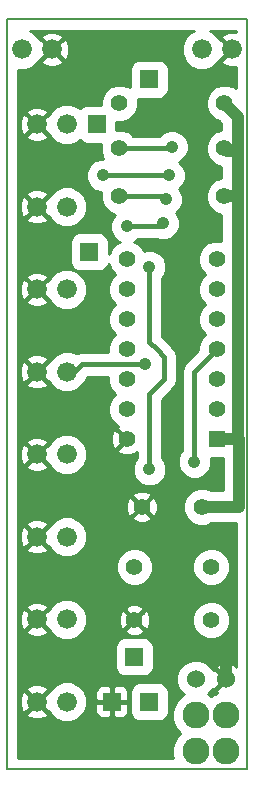
<source format=gbl>
G04 (created by PCBNEW (2012-oct-18)-testing) date Mon 07 Oct 2013 03:49:21 PM EDT*
%MOIN*%
G04 Gerber Fmt 3.4, Leading zero omitted, Abs format*
%FSLAX34Y34*%
G01*
G70*
G90*
G04 APERTURE LIST*
%ADD10C,0.006*%
%ADD11C,0.00590551*%
%ADD12C,0.055*%
%ADD13R,0.055X0.055*%
%ADD14C,0.06*%
%ADD15C,0.09*%
%ADD16C,0.066*%
%ADD17R,0.06X0.06*%
%ADD18C,0.042*%
%ADD19C,0.04*%
%ADD20C,0.015*%
%ADD21C,0.01*%
G04 APERTURE END LIST*
G54D10*
G54D11*
X0Y0D02*
X0Y25000D01*
X8000Y0D02*
X0Y0D01*
X8000Y25000D02*
X8000Y0D01*
X0Y25000D02*
X8000Y25000D01*
G54D12*
X3750Y22200D03*
X7250Y22200D03*
X3750Y20700D03*
X7250Y20700D03*
G54D13*
X7000Y11000D03*
G54D12*
X7000Y12000D03*
X7000Y13000D03*
X7000Y14000D03*
X7000Y15000D03*
X7000Y16000D03*
X7000Y17000D03*
X4000Y17000D03*
X4000Y16000D03*
X4000Y15000D03*
X4000Y14000D03*
X4000Y13000D03*
X4000Y12000D03*
X4000Y11000D03*
X6500Y8750D03*
X4500Y8750D03*
X4250Y6750D03*
X4250Y4980D03*
X6810Y4980D03*
X6810Y6750D03*
G54D14*
X6300Y3000D03*
X7300Y3000D03*
G54D15*
X6300Y1800D03*
X7300Y1800D03*
X6300Y600D03*
X7300Y600D03*
G54D12*
X3750Y19100D03*
X7250Y19100D03*
G54D16*
X1500Y24000D03*
X500Y24000D03*
X7500Y24000D03*
X6500Y24000D03*
X2000Y21500D03*
X1000Y21500D03*
X2000Y18750D03*
X1000Y18750D03*
X2000Y16000D03*
X1000Y16000D03*
X2000Y13250D03*
X1000Y13250D03*
X2000Y10500D03*
X1000Y10500D03*
X2000Y7750D03*
X1000Y7750D03*
X2000Y5000D03*
X1000Y5000D03*
X2000Y2250D03*
X1000Y2250D03*
G54D17*
X3000Y21500D03*
X2750Y17250D03*
X4750Y23000D03*
X4250Y3750D03*
X4750Y2250D03*
X3500Y2250D03*
G54D18*
X5400Y19800D03*
X3200Y19800D03*
X5500Y20750D03*
X6250Y10250D03*
X5300Y19000D03*
X4750Y10000D03*
X4750Y16750D03*
X4600Y13500D03*
X5200Y18200D03*
X4000Y18100D03*
G54D19*
X7300Y3000D02*
X7300Y4000D01*
G54D20*
X3200Y19800D02*
X5400Y19800D01*
X5450Y20700D02*
X3750Y20700D01*
X5500Y20750D02*
X5450Y20700D01*
X6250Y10250D02*
X6250Y13250D01*
X6250Y13250D02*
X7000Y14000D01*
X3750Y19100D02*
X5200Y19100D01*
X5200Y19100D02*
X5300Y19000D01*
X4750Y12500D02*
X5250Y13000D01*
X5250Y13750D02*
X5000Y14000D01*
X5250Y13000D02*
X5250Y13750D01*
X4750Y10000D02*
X4750Y12500D01*
X4750Y16750D02*
X4750Y14250D01*
X4750Y14250D02*
X5000Y14000D01*
X2250Y13250D02*
X2000Y13250D01*
X2500Y13500D02*
X2250Y13250D01*
X4600Y13500D02*
X2500Y13500D01*
X5200Y18200D02*
X5100Y18100D01*
X5100Y18100D02*
X4000Y18100D01*
G54D19*
X7700Y19100D02*
X7250Y19100D01*
X7700Y20600D02*
X7350Y20600D01*
X7350Y20600D02*
X7250Y20700D01*
X7000Y11000D02*
X7750Y11000D01*
X7750Y11000D02*
X7700Y11050D01*
X7700Y21750D02*
X7250Y22200D01*
X7700Y11050D02*
X7700Y19100D01*
X7700Y19100D02*
X7700Y20600D01*
X7700Y20600D02*
X7700Y21750D01*
X7750Y8750D02*
X6500Y8750D01*
X7750Y11000D02*
X7750Y8750D01*
G54D10*
G36*
X7620Y3426D02*
X7619Y3425D01*
X7609Y3467D01*
X7435Y3538D01*
X7435Y5103D01*
X7435Y6873D01*
X7340Y7103D01*
X7164Y7279D01*
X6934Y7374D01*
X6686Y7375D01*
X6456Y7280D01*
X6280Y7104D01*
X6185Y6874D01*
X6184Y6626D01*
X6279Y6396D01*
X6455Y6220D01*
X6685Y6125D01*
X6933Y6124D01*
X7163Y6219D01*
X7339Y6395D01*
X7434Y6625D01*
X7435Y6873D01*
X7435Y5103D01*
X7340Y5333D01*
X7164Y5509D01*
X6934Y5604D01*
X6686Y5605D01*
X6456Y5510D01*
X6280Y5334D01*
X6185Y5104D01*
X6184Y4856D01*
X6279Y4626D01*
X6455Y4450D01*
X6685Y4355D01*
X6933Y4354D01*
X7163Y4449D01*
X7339Y4625D01*
X7434Y4855D01*
X7435Y5103D01*
X7435Y3538D01*
X7406Y3550D01*
X7187Y3549D01*
X6990Y3467D01*
X6965Y3369D01*
X7264Y3070D01*
X7264Y3070D01*
X7335Y3000D01*
X7264Y2929D01*
X6965Y2630D01*
X6989Y2537D01*
X6847Y2478D01*
X6800Y2431D01*
X6753Y2477D01*
X6713Y2494D01*
X6850Y2631D01*
X6871Y2680D01*
X6930Y2665D01*
X7264Y3000D01*
X6930Y3334D01*
X6871Y3319D01*
X6851Y3367D01*
X6668Y3550D01*
X6429Y3649D01*
X6171Y3650D01*
X5932Y3551D01*
X5749Y3368D01*
X5650Y3129D01*
X5649Y2871D01*
X5748Y2632D01*
X5886Y2494D01*
X5847Y2478D01*
X5622Y2253D01*
X5500Y1959D01*
X5499Y1641D01*
X5621Y1347D01*
X5768Y1199D01*
X5622Y1053D01*
X5500Y759D01*
X5499Y441D01*
X5525Y379D01*
X5400Y379D01*
X5400Y2019D01*
X5400Y2619D01*
X5346Y2748D01*
X5248Y2846D01*
X5119Y2899D01*
X5025Y2900D01*
X5025Y8649D01*
X5024Y8858D01*
X4947Y9044D01*
X4851Y9066D01*
X4816Y9030D01*
X4816Y9101D01*
X4794Y9197D01*
X4600Y9275D01*
X4391Y9274D01*
X4205Y9197D01*
X4183Y9101D01*
X4500Y8785D01*
X4816Y9101D01*
X4816Y9030D01*
X4535Y8750D01*
X4851Y8433D01*
X4947Y8455D01*
X5025Y8649D01*
X5025Y2900D01*
X4980Y2900D01*
X4900Y2900D01*
X4900Y3519D01*
X4900Y4119D01*
X4875Y4179D01*
X4875Y6873D01*
X4816Y7016D01*
X4816Y8398D01*
X4500Y8714D01*
X4464Y8679D01*
X4464Y8750D01*
X4148Y9066D01*
X4052Y9044D01*
X3974Y8850D01*
X3975Y8641D01*
X4052Y8455D01*
X4148Y8433D01*
X4464Y8750D01*
X4464Y8679D01*
X4183Y8398D01*
X4205Y8302D01*
X4399Y8224D01*
X4608Y8225D01*
X4794Y8302D01*
X4816Y8398D01*
X4816Y7016D01*
X4780Y7103D01*
X4604Y7279D01*
X4374Y7374D01*
X4126Y7375D01*
X3896Y7280D01*
X3720Y7104D01*
X3625Y6874D01*
X3624Y6626D01*
X3719Y6396D01*
X3895Y6220D01*
X4125Y6125D01*
X4373Y6124D01*
X4603Y6219D01*
X4779Y6395D01*
X4874Y6625D01*
X4875Y6873D01*
X4875Y4179D01*
X4846Y4248D01*
X4775Y4319D01*
X4775Y4879D01*
X4774Y5088D01*
X4697Y5274D01*
X4601Y5296D01*
X4566Y5260D01*
X4566Y5331D01*
X4544Y5427D01*
X4350Y5505D01*
X4141Y5504D01*
X3955Y5427D01*
X3933Y5331D01*
X4250Y5015D01*
X4566Y5331D01*
X4566Y5260D01*
X4285Y4980D01*
X4601Y4663D01*
X4697Y4685D01*
X4775Y4879D01*
X4775Y4319D01*
X4748Y4346D01*
X4619Y4399D01*
X4566Y4399D01*
X4566Y4628D01*
X4250Y4944D01*
X4214Y4909D01*
X4214Y4980D01*
X3898Y5296D01*
X3802Y5274D01*
X3724Y5080D01*
X3725Y4871D01*
X3802Y4685D01*
X3898Y4663D01*
X4214Y4980D01*
X4214Y4909D01*
X3933Y4628D01*
X3955Y4532D01*
X4149Y4454D01*
X4358Y4455D01*
X4544Y4532D01*
X4566Y4628D01*
X4566Y4399D01*
X4480Y4400D01*
X3880Y4400D01*
X3752Y4346D01*
X3653Y4248D01*
X3600Y4119D01*
X3599Y3980D01*
X3599Y3380D01*
X3653Y3252D01*
X3751Y3153D01*
X3880Y3100D01*
X4019Y3099D01*
X4619Y3099D01*
X4748Y3153D01*
X4846Y3251D01*
X4899Y3380D01*
X4900Y3519D01*
X4900Y2900D01*
X4380Y2900D01*
X4252Y2846D01*
X4153Y2748D01*
X4100Y2619D01*
X4099Y2480D01*
X4099Y1880D01*
X4153Y1752D01*
X4251Y1653D01*
X4380Y1600D01*
X4519Y1599D01*
X5119Y1599D01*
X5248Y1653D01*
X5346Y1751D01*
X5399Y1880D01*
X5400Y2019D01*
X5400Y379D01*
X4050Y379D01*
X4050Y1999D01*
X4050Y2500D01*
X4049Y2599D01*
X4011Y2691D01*
X3941Y2762D01*
X3849Y2800D01*
X3587Y2800D01*
X3525Y2737D01*
X3525Y2275D01*
X3987Y2275D01*
X4050Y2337D01*
X4050Y2500D01*
X4050Y1999D01*
X4050Y2162D01*
X3987Y2225D01*
X3525Y2225D01*
X3525Y1762D01*
X3587Y1700D01*
X3849Y1699D01*
X3941Y1737D01*
X4011Y1808D01*
X4049Y1900D01*
X4050Y1999D01*
X4050Y379D01*
X3475Y379D01*
X3475Y1762D01*
X3475Y2225D01*
X3475Y2275D01*
X3475Y2737D01*
X3412Y2800D01*
X3150Y2800D01*
X3058Y2762D01*
X2988Y2691D01*
X2950Y2599D01*
X2949Y2500D01*
X2950Y2337D01*
X3012Y2275D01*
X3475Y2275D01*
X3475Y2225D01*
X3012Y2225D01*
X2950Y2162D01*
X2949Y1999D01*
X2950Y1900D01*
X2988Y1808D01*
X3058Y1737D01*
X3150Y1699D01*
X3412Y1700D01*
X3475Y1762D01*
X3475Y379D01*
X2680Y379D01*
X2680Y2384D01*
X2680Y5134D01*
X2680Y7884D01*
X2680Y10634D01*
X2576Y10884D01*
X2385Y11076D01*
X2135Y11179D01*
X1865Y11180D01*
X1615Y11076D01*
X1423Y10885D01*
X1409Y10850D01*
X1391Y10855D01*
X1355Y10820D01*
X1355Y10891D01*
X1355Y12858D01*
X1000Y13214D01*
X964Y13179D01*
X964Y13250D01*
X608Y13605D01*
X507Y13577D01*
X419Y13363D01*
X420Y13132D01*
X507Y12922D01*
X608Y12894D01*
X964Y13250D01*
X964Y13179D01*
X644Y12858D01*
X672Y12757D01*
X886Y12669D01*
X1117Y12670D01*
X1327Y12757D01*
X1355Y12858D01*
X1355Y10891D01*
X1327Y10992D01*
X1113Y11080D01*
X882Y11079D01*
X672Y10992D01*
X644Y10891D01*
X1000Y10535D01*
X1355Y10891D01*
X1355Y10820D01*
X1035Y10500D01*
X1391Y10144D01*
X1409Y10149D01*
X1423Y10115D01*
X1614Y9923D01*
X1864Y9820D01*
X2134Y9819D01*
X2384Y9923D01*
X2576Y10114D01*
X2679Y10364D01*
X2680Y10634D01*
X2680Y7884D01*
X2576Y8134D01*
X2385Y8326D01*
X2135Y8429D01*
X1865Y8430D01*
X1615Y8326D01*
X1423Y8135D01*
X1409Y8100D01*
X1391Y8105D01*
X1355Y8070D01*
X1355Y8141D01*
X1355Y10108D01*
X1000Y10464D01*
X964Y10429D01*
X964Y10500D01*
X608Y10855D01*
X507Y10827D01*
X419Y10613D01*
X420Y10382D01*
X507Y10172D01*
X608Y10144D01*
X964Y10500D01*
X964Y10429D01*
X644Y10108D01*
X672Y10007D01*
X886Y9919D01*
X1117Y9920D01*
X1327Y10007D01*
X1355Y10108D01*
X1355Y8141D01*
X1327Y8242D01*
X1113Y8330D01*
X882Y8329D01*
X672Y8242D01*
X644Y8141D01*
X1000Y7785D01*
X1355Y8141D01*
X1355Y8070D01*
X1035Y7750D01*
X1391Y7394D01*
X1409Y7399D01*
X1423Y7365D01*
X1614Y7173D01*
X1864Y7070D01*
X2134Y7069D01*
X2384Y7173D01*
X2576Y7364D01*
X2679Y7614D01*
X2680Y7884D01*
X2680Y5134D01*
X2576Y5384D01*
X2385Y5576D01*
X2135Y5679D01*
X1865Y5680D01*
X1615Y5576D01*
X1423Y5385D01*
X1409Y5350D01*
X1391Y5355D01*
X1355Y5320D01*
X1355Y5391D01*
X1355Y7358D01*
X1000Y7714D01*
X964Y7679D01*
X964Y7750D01*
X608Y8105D01*
X507Y8077D01*
X419Y7863D01*
X420Y7632D01*
X507Y7422D01*
X608Y7394D01*
X964Y7750D01*
X964Y7679D01*
X644Y7358D01*
X672Y7257D01*
X886Y7169D01*
X1117Y7170D01*
X1327Y7257D01*
X1355Y7358D01*
X1355Y5391D01*
X1327Y5492D01*
X1113Y5580D01*
X882Y5579D01*
X672Y5492D01*
X644Y5391D01*
X1000Y5035D01*
X1355Y5391D01*
X1355Y5320D01*
X1035Y5000D01*
X1391Y4644D01*
X1409Y4649D01*
X1423Y4615D01*
X1614Y4423D01*
X1864Y4320D01*
X2134Y4319D01*
X2384Y4423D01*
X2576Y4614D01*
X2679Y4864D01*
X2680Y5134D01*
X2680Y2384D01*
X2576Y2634D01*
X2385Y2826D01*
X2135Y2929D01*
X1865Y2930D01*
X1615Y2826D01*
X1423Y2635D01*
X1409Y2600D01*
X1391Y2605D01*
X1355Y2570D01*
X1355Y2641D01*
X1355Y4608D01*
X1000Y4964D01*
X964Y4929D01*
X964Y5000D01*
X608Y5355D01*
X507Y5327D01*
X419Y5113D01*
X420Y4882D01*
X507Y4672D01*
X608Y4644D01*
X964Y5000D01*
X964Y4929D01*
X644Y4608D01*
X672Y4507D01*
X886Y4419D01*
X1117Y4420D01*
X1327Y4507D01*
X1355Y4608D01*
X1355Y2641D01*
X1327Y2742D01*
X1113Y2830D01*
X882Y2829D01*
X672Y2742D01*
X644Y2641D01*
X1000Y2285D01*
X1355Y2641D01*
X1355Y2570D01*
X1035Y2250D01*
X1391Y1894D01*
X1409Y1899D01*
X1423Y1865D01*
X1614Y1673D01*
X1864Y1570D01*
X2134Y1569D01*
X2384Y1673D01*
X2576Y1864D01*
X2679Y2114D01*
X2680Y2384D01*
X2680Y379D01*
X1355Y379D01*
X1355Y1858D01*
X1000Y2214D01*
X964Y2179D01*
X964Y2250D01*
X608Y2605D01*
X507Y2577D01*
X419Y2363D01*
X420Y2132D01*
X507Y1922D01*
X608Y1894D01*
X964Y2250D01*
X964Y2179D01*
X644Y1858D01*
X672Y1757D01*
X886Y1669D01*
X1117Y1670D01*
X1327Y1757D01*
X1355Y1858D01*
X1355Y379D01*
X379Y379D01*
X379Y23320D01*
X634Y23319D01*
X884Y23423D01*
X1076Y23614D01*
X1090Y23649D01*
X1108Y23644D01*
X1464Y24000D01*
X1108Y24355D01*
X1090Y24350D01*
X1076Y24384D01*
X885Y24576D01*
X778Y24620D01*
X6220Y24620D01*
X6115Y24576D01*
X5923Y24385D01*
X5820Y24135D01*
X5819Y23865D01*
X5923Y23615D01*
X6114Y23423D01*
X6364Y23320D01*
X6634Y23319D01*
X6884Y23423D01*
X7076Y23614D01*
X7090Y23649D01*
X7108Y23644D01*
X7464Y24000D01*
X7108Y24355D01*
X7090Y24350D01*
X7076Y24384D01*
X6885Y24576D01*
X6778Y24620D01*
X7620Y24620D01*
X7620Y24577D01*
X7613Y24580D01*
X7382Y24579D01*
X7172Y24492D01*
X7144Y24391D01*
X7464Y24070D01*
X7464Y24070D01*
X7535Y24000D01*
X7464Y23929D01*
X7144Y23608D01*
X7172Y23507D01*
X7386Y23419D01*
X7617Y23420D01*
X7620Y23421D01*
X7620Y22713D01*
X7604Y22729D01*
X7374Y22824D01*
X7126Y22825D01*
X6896Y22730D01*
X6720Y22554D01*
X6625Y22324D01*
X6624Y22076D01*
X6719Y21846D01*
X6895Y21670D01*
X7077Y21595D01*
X7150Y21522D01*
X7150Y21325D01*
X7126Y21325D01*
X6896Y21230D01*
X6720Y21054D01*
X6625Y20824D01*
X6624Y20576D01*
X6719Y20346D01*
X6895Y20170D01*
X7125Y20075D01*
X7150Y20075D01*
X7150Y19725D01*
X7126Y19725D01*
X6896Y19630D01*
X6720Y19454D01*
X6625Y19224D01*
X6624Y18976D01*
X6719Y18746D01*
X6895Y18570D01*
X7125Y18475D01*
X7150Y18475D01*
X7150Y17614D01*
X7124Y17624D01*
X6876Y17625D01*
X6646Y17530D01*
X6470Y17354D01*
X6375Y17124D01*
X6374Y16876D01*
X6469Y16646D01*
X6616Y16499D01*
X6470Y16354D01*
X6375Y16124D01*
X6374Y15876D01*
X6469Y15646D01*
X6616Y15499D01*
X6470Y15354D01*
X6375Y15124D01*
X6374Y14876D01*
X6469Y14646D01*
X6616Y14499D01*
X6470Y14354D01*
X6375Y14124D01*
X6374Y13976D01*
X6060Y13661D01*
X6060Y20860D01*
X5975Y21066D01*
X5817Y21224D01*
X5611Y21309D01*
X5389Y21310D01*
X5183Y21225D01*
X5083Y21125D01*
X4208Y21125D01*
X4104Y21229D01*
X3874Y21324D01*
X3650Y21325D01*
X3650Y21575D01*
X3873Y21574D01*
X4103Y21669D01*
X4279Y21845D01*
X4374Y22075D01*
X4375Y22323D01*
X4360Y22357D01*
X4380Y22350D01*
X4519Y22349D01*
X5119Y22349D01*
X5248Y22403D01*
X5346Y22501D01*
X5399Y22630D01*
X5400Y22769D01*
X5400Y23369D01*
X5346Y23498D01*
X5248Y23596D01*
X5119Y23649D01*
X4980Y23650D01*
X4380Y23650D01*
X4252Y23596D01*
X4153Y23498D01*
X4100Y23369D01*
X4099Y23230D01*
X4099Y22731D01*
X3874Y22824D01*
X3626Y22825D01*
X3396Y22730D01*
X3220Y22554D01*
X3125Y22324D01*
X3124Y22150D01*
X2630Y22150D01*
X2502Y22096D01*
X2433Y22028D01*
X2385Y22076D01*
X2135Y22179D01*
X2080Y22179D01*
X2080Y23886D01*
X2079Y24117D01*
X1992Y24327D01*
X1891Y24355D01*
X1855Y24320D01*
X1855Y24391D01*
X1827Y24492D01*
X1613Y24580D01*
X1382Y24579D01*
X1172Y24492D01*
X1144Y24391D01*
X1500Y24035D01*
X1855Y24391D01*
X1855Y24320D01*
X1535Y24000D01*
X1891Y23644D01*
X1992Y23672D01*
X2080Y23886D01*
X2080Y22179D01*
X1865Y22180D01*
X1855Y22176D01*
X1855Y23608D01*
X1500Y23964D01*
X1144Y23608D01*
X1172Y23507D01*
X1386Y23419D01*
X1617Y23420D01*
X1827Y23507D01*
X1855Y23608D01*
X1855Y22176D01*
X1615Y22076D01*
X1423Y21885D01*
X1409Y21850D01*
X1391Y21855D01*
X1355Y21820D01*
X1355Y21891D01*
X1327Y21992D01*
X1113Y22080D01*
X882Y22079D01*
X672Y21992D01*
X644Y21891D01*
X1000Y21535D01*
X1355Y21891D01*
X1355Y21820D01*
X1035Y21500D01*
X1391Y21144D01*
X1409Y21149D01*
X1423Y21115D01*
X1614Y20923D01*
X1864Y20820D01*
X2134Y20819D01*
X2384Y20923D01*
X2433Y20971D01*
X2501Y20903D01*
X2630Y20850D01*
X2769Y20849D01*
X3135Y20849D01*
X3125Y20824D01*
X3124Y20576D01*
X3214Y20359D01*
X3089Y20360D01*
X2883Y20275D01*
X2725Y20117D01*
X2640Y19911D01*
X2639Y19689D01*
X2724Y19483D01*
X2882Y19325D01*
X3088Y19240D01*
X3131Y19240D01*
X3125Y19224D01*
X3124Y18976D01*
X3219Y18746D01*
X3395Y18570D01*
X3595Y18487D01*
X3525Y18417D01*
X3440Y18211D01*
X3439Y17989D01*
X3524Y17783D01*
X3682Y17625D01*
X3779Y17585D01*
X3646Y17530D01*
X3470Y17354D01*
X3400Y17184D01*
X3400Y17619D01*
X3346Y17748D01*
X3248Y17846D01*
X3119Y17899D01*
X2980Y17900D01*
X2680Y17900D01*
X2680Y18884D01*
X2576Y19134D01*
X2385Y19326D01*
X2135Y19429D01*
X1865Y19430D01*
X1615Y19326D01*
X1423Y19135D01*
X1409Y19100D01*
X1391Y19105D01*
X1355Y19070D01*
X1355Y19141D01*
X1355Y21108D01*
X1000Y21464D01*
X964Y21429D01*
X964Y21500D01*
X608Y21855D01*
X507Y21827D01*
X419Y21613D01*
X420Y21382D01*
X507Y21172D01*
X608Y21144D01*
X964Y21500D01*
X964Y21429D01*
X644Y21108D01*
X672Y21007D01*
X886Y20919D01*
X1117Y20920D01*
X1327Y21007D01*
X1355Y21108D01*
X1355Y19141D01*
X1327Y19242D01*
X1113Y19330D01*
X882Y19329D01*
X672Y19242D01*
X644Y19141D01*
X1000Y18785D01*
X1355Y19141D01*
X1355Y19070D01*
X1035Y18750D01*
X1391Y18394D01*
X1409Y18399D01*
X1423Y18365D01*
X1614Y18173D01*
X1864Y18070D01*
X2134Y18069D01*
X2384Y18173D01*
X2576Y18364D01*
X2679Y18614D01*
X2680Y18884D01*
X2680Y17900D01*
X2380Y17900D01*
X2252Y17846D01*
X2153Y17748D01*
X2100Y17619D01*
X2099Y17480D01*
X2099Y16880D01*
X2153Y16752D01*
X2251Y16653D01*
X2380Y16600D01*
X2519Y16599D01*
X3119Y16599D01*
X3248Y16653D01*
X3346Y16751D01*
X3386Y16847D01*
X3469Y16646D01*
X3616Y16499D01*
X3470Y16354D01*
X3375Y16124D01*
X3374Y15876D01*
X3469Y15646D01*
X3616Y15499D01*
X3470Y15354D01*
X3375Y15124D01*
X3374Y14876D01*
X3469Y14646D01*
X3616Y14499D01*
X3470Y14354D01*
X3375Y14124D01*
X3374Y13925D01*
X2680Y13925D01*
X2680Y16134D01*
X2576Y16384D01*
X2385Y16576D01*
X2135Y16679D01*
X1865Y16680D01*
X1615Y16576D01*
X1423Y16385D01*
X1409Y16350D01*
X1391Y16355D01*
X1355Y16320D01*
X1355Y16391D01*
X1355Y18358D01*
X1000Y18714D01*
X964Y18679D01*
X964Y18750D01*
X608Y19105D01*
X507Y19077D01*
X419Y18863D01*
X420Y18632D01*
X507Y18422D01*
X608Y18394D01*
X964Y18750D01*
X964Y18679D01*
X644Y18358D01*
X672Y18257D01*
X886Y18169D01*
X1117Y18170D01*
X1327Y18257D01*
X1355Y18358D01*
X1355Y16391D01*
X1327Y16492D01*
X1113Y16580D01*
X882Y16579D01*
X672Y16492D01*
X644Y16391D01*
X1000Y16035D01*
X1355Y16391D01*
X1355Y16320D01*
X1035Y16000D01*
X1391Y15644D01*
X1409Y15649D01*
X1423Y15615D01*
X1614Y15423D01*
X1864Y15320D01*
X2134Y15319D01*
X2384Y15423D01*
X2576Y15614D01*
X2679Y15864D01*
X2680Y16134D01*
X2680Y13925D01*
X2500Y13925D01*
X2337Y13892D01*
X2294Y13864D01*
X2135Y13929D01*
X1865Y13930D01*
X1615Y13826D01*
X1423Y13635D01*
X1409Y13600D01*
X1391Y13605D01*
X1355Y13570D01*
X1355Y13641D01*
X1355Y15608D01*
X1000Y15964D01*
X964Y15929D01*
X964Y16000D01*
X608Y16355D01*
X507Y16327D01*
X419Y16113D01*
X420Y15882D01*
X507Y15672D01*
X608Y15644D01*
X964Y16000D01*
X964Y15929D01*
X644Y15608D01*
X672Y15507D01*
X886Y15419D01*
X1117Y15420D01*
X1327Y15507D01*
X1355Y15608D01*
X1355Y13641D01*
X1327Y13742D01*
X1113Y13830D01*
X882Y13829D01*
X672Y13742D01*
X644Y13641D01*
X1000Y13285D01*
X1355Y13641D01*
X1355Y13570D01*
X1035Y13250D01*
X1391Y12894D01*
X1409Y12899D01*
X1423Y12865D01*
X1614Y12673D01*
X1864Y12570D01*
X2134Y12569D01*
X2384Y12673D01*
X2576Y12864D01*
X2654Y13053D01*
X2676Y13075D01*
X3375Y13075D01*
X3374Y12876D01*
X3469Y12646D01*
X3616Y12499D01*
X3470Y12354D01*
X3375Y12124D01*
X3374Y11876D01*
X3469Y11646D01*
X3645Y11470D01*
X3705Y11445D01*
X3683Y11351D01*
X3964Y11070D01*
X3964Y11070D01*
X4035Y11000D01*
X3964Y10929D01*
X3964Y11000D01*
X3648Y11316D01*
X3552Y11294D01*
X3474Y11100D01*
X3475Y10891D01*
X3552Y10705D01*
X3648Y10683D01*
X3964Y11000D01*
X3964Y10929D01*
X3964Y10929D01*
X3683Y10648D01*
X3705Y10552D01*
X3899Y10474D01*
X4108Y10475D01*
X4294Y10552D01*
X4302Y10591D01*
X4316Y10577D01*
X4324Y10569D01*
X4325Y10569D01*
X4325Y10367D01*
X4316Y10358D01*
X4275Y10317D01*
X4190Y10111D01*
X4189Y9889D01*
X4274Y9683D01*
X4432Y9525D01*
X4638Y9440D01*
X4860Y9439D01*
X5066Y9524D01*
X5224Y9682D01*
X5309Y9888D01*
X5310Y10110D01*
X5225Y10316D01*
X5175Y10366D01*
X5175Y12323D01*
X5550Y12699D01*
X5642Y12837D01*
X5675Y13000D01*
X5675Y13750D01*
X5642Y13912D01*
X5550Y14050D01*
X5550Y14050D01*
X5300Y14300D01*
X5300Y14300D01*
X5175Y14426D01*
X5175Y16382D01*
X5224Y16432D01*
X5309Y16638D01*
X5310Y16860D01*
X5225Y17066D01*
X5067Y17224D01*
X4861Y17309D01*
X4639Y17310D01*
X4561Y17277D01*
X4530Y17353D01*
X4354Y17529D01*
X4220Y17585D01*
X4316Y17624D01*
X4366Y17675D01*
X5004Y17675D01*
X5088Y17640D01*
X5310Y17639D01*
X5516Y17724D01*
X5674Y17882D01*
X5759Y18088D01*
X5760Y18310D01*
X5675Y18516D01*
X5641Y18550D01*
X5774Y18682D01*
X5859Y18888D01*
X5860Y19110D01*
X5775Y19316D01*
X5741Y19350D01*
X5874Y19482D01*
X5959Y19688D01*
X5960Y19910D01*
X5875Y20116D01*
X5746Y20245D01*
X5816Y20274D01*
X5974Y20432D01*
X6059Y20638D01*
X6060Y20860D01*
X6060Y13661D01*
X5949Y13550D01*
X5857Y13412D01*
X5825Y13250D01*
X5825Y10617D01*
X5775Y10567D01*
X5690Y10361D01*
X5689Y10139D01*
X5774Y9933D01*
X5932Y9775D01*
X6138Y9690D01*
X6360Y9689D01*
X6566Y9774D01*
X6724Y9932D01*
X6809Y10138D01*
X6810Y10360D01*
X6804Y10374D01*
X7200Y10374D01*
X7200Y9300D01*
X6805Y9300D01*
X6624Y9374D01*
X6376Y9375D01*
X6146Y9280D01*
X5970Y9104D01*
X5875Y8874D01*
X5874Y8626D01*
X5969Y8396D01*
X6145Y8220D01*
X6375Y8125D01*
X6623Y8124D01*
X6805Y8200D01*
X7620Y8200D01*
X7620Y3426D01*
X7620Y3426D01*
G37*
G54D21*
X7620Y3426D02*
X7619Y3425D01*
X7609Y3467D01*
X7435Y3538D01*
X7435Y5103D01*
X7435Y6873D01*
X7340Y7103D01*
X7164Y7279D01*
X6934Y7374D01*
X6686Y7375D01*
X6456Y7280D01*
X6280Y7104D01*
X6185Y6874D01*
X6184Y6626D01*
X6279Y6396D01*
X6455Y6220D01*
X6685Y6125D01*
X6933Y6124D01*
X7163Y6219D01*
X7339Y6395D01*
X7434Y6625D01*
X7435Y6873D01*
X7435Y5103D01*
X7340Y5333D01*
X7164Y5509D01*
X6934Y5604D01*
X6686Y5605D01*
X6456Y5510D01*
X6280Y5334D01*
X6185Y5104D01*
X6184Y4856D01*
X6279Y4626D01*
X6455Y4450D01*
X6685Y4355D01*
X6933Y4354D01*
X7163Y4449D01*
X7339Y4625D01*
X7434Y4855D01*
X7435Y5103D01*
X7435Y3538D01*
X7406Y3550D01*
X7187Y3549D01*
X6990Y3467D01*
X6965Y3369D01*
X7264Y3070D01*
X7264Y3070D01*
X7335Y3000D01*
X7264Y2929D01*
X6965Y2630D01*
X6989Y2537D01*
X6847Y2478D01*
X6800Y2431D01*
X6753Y2477D01*
X6713Y2494D01*
X6850Y2631D01*
X6871Y2680D01*
X6930Y2665D01*
X7264Y3000D01*
X6930Y3334D01*
X6871Y3319D01*
X6851Y3367D01*
X6668Y3550D01*
X6429Y3649D01*
X6171Y3650D01*
X5932Y3551D01*
X5749Y3368D01*
X5650Y3129D01*
X5649Y2871D01*
X5748Y2632D01*
X5886Y2494D01*
X5847Y2478D01*
X5622Y2253D01*
X5500Y1959D01*
X5499Y1641D01*
X5621Y1347D01*
X5768Y1199D01*
X5622Y1053D01*
X5500Y759D01*
X5499Y441D01*
X5525Y379D01*
X5400Y379D01*
X5400Y2019D01*
X5400Y2619D01*
X5346Y2748D01*
X5248Y2846D01*
X5119Y2899D01*
X5025Y2900D01*
X5025Y8649D01*
X5024Y8858D01*
X4947Y9044D01*
X4851Y9066D01*
X4816Y9030D01*
X4816Y9101D01*
X4794Y9197D01*
X4600Y9275D01*
X4391Y9274D01*
X4205Y9197D01*
X4183Y9101D01*
X4500Y8785D01*
X4816Y9101D01*
X4816Y9030D01*
X4535Y8750D01*
X4851Y8433D01*
X4947Y8455D01*
X5025Y8649D01*
X5025Y2900D01*
X4980Y2900D01*
X4900Y2900D01*
X4900Y3519D01*
X4900Y4119D01*
X4875Y4179D01*
X4875Y6873D01*
X4816Y7016D01*
X4816Y8398D01*
X4500Y8714D01*
X4464Y8679D01*
X4464Y8750D01*
X4148Y9066D01*
X4052Y9044D01*
X3974Y8850D01*
X3975Y8641D01*
X4052Y8455D01*
X4148Y8433D01*
X4464Y8750D01*
X4464Y8679D01*
X4183Y8398D01*
X4205Y8302D01*
X4399Y8224D01*
X4608Y8225D01*
X4794Y8302D01*
X4816Y8398D01*
X4816Y7016D01*
X4780Y7103D01*
X4604Y7279D01*
X4374Y7374D01*
X4126Y7375D01*
X3896Y7280D01*
X3720Y7104D01*
X3625Y6874D01*
X3624Y6626D01*
X3719Y6396D01*
X3895Y6220D01*
X4125Y6125D01*
X4373Y6124D01*
X4603Y6219D01*
X4779Y6395D01*
X4874Y6625D01*
X4875Y6873D01*
X4875Y4179D01*
X4846Y4248D01*
X4775Y4319D01*
X4775Y4879D01*
X4774Y5088D01*
X4697Y5274D01*
X4601Y5296D01*
X4566Y5260D01*
X4566Y5331D01*
X4544Y5427D01*
X4350Y5505D01*
X4141Y5504D01*
X3955Y5427D01*
X3933Y5331D01*
X4250Y5015D01*
X4566Y5331D01*
X4566Y5260D01*
X4285Y4980D01*
X4601Y4663D01*
X4697Y4685D01*
X4775Y4879D01*
X4775Y4319D01*
X4748Y4346D01*
X4619Y4399D01*
X4566Y4399D01*
X4566Y4628D01*
X4250Y4944D01*
X4214Y4909D01*
X4214Y4980D01*
X3898Y5296D01*
X3802Y5274D01*
X3724Y5080D01*
X3725Y4871D01*
X3802Y4685D01*
X3898Y4663D01*
X4214Y4980D01*
X4214Y4909D01*
X3933Y4628D01*
X3955Y4532D01*
X4149Y4454D01*
X4358Y4455D01*
X4544Y4532D01*
X4566Y4628D01*
X4566Y4399D01*
X4480Y4400D01*
X3880Y4400D01*
X3752Y4346D01*
X3653Y4248D01*
X3600Y4119D01*
X3599Y3980D01*
X3599Y3380D01*
X3653Y3252D01*
X3751Y3153D01*
X3880Y3100D01*
X4019Y3099D01*
X4619Y3099D01*
X4748Y3153D01*
X4846Y3251D01*
X4899Y3380D01*
X4900Y3519D01*
X4900Y2900D01*
X4380Y2900D01*
X4252Y2846D01*
X4153Y2748D01*
X4100Y2619D01*
X4099Y2480D01*
X4099Y1880D01*
X4153Y1752D01*
X4251Y1653D01*
X4380Y1600D01*
X4519Y1599D01*
X5119Y1599D01*
X5248Y1653D01*
X5346Y1751D01*
X5399Y1880D01*
X5400Y2019D01*
X5400Y379D01*
X4050Y379D01*
X4050Y1999D01*
X4050Y2500D01*
X4049Y2599D01*
X4011Y2691D01*
X3941Y2762D01*
X3849Y2800D01*
X3587Y2800D01*
X3525Y2737D01*
X3525Y2275D01*
X3987Y2275D01*
X4050Y2337D01*
X4050Y2500D01*
X4050Y1999D01*
X4050Y2162D01*
X3987Y2225D01*
X3525Y2225D01*
X3525Y1762D01*
X3587Y1700D01*
X3849Y1699D01*
X3941Y1737D01*
X4011Y1808D01*
X4049Y1900D01*
X4050Y1999D01*
X4050Y379D01*
X3475Y379D01*
X3475Y1762D01*
X3475Y2225D01*
X3475Y2275D01*
X3475Y2737D01*
X3412Y2800D01*
X3150Y2800D01*
X3058Y2762D01*
X2988Y2691D01*
X2950Y2599D01*
X2949Y2500D01*
X2950Y2337D01*
X3012Y2275D01*
X3475Y2275D01*
X3475Y2225D01*
X3012Y2225D01*
X2950Y2162D01*
X2949Y1999D01*
X2950Y1900D01*
X2988Y1808D01*
X3058Y1737D01*
X3150Y1699D01*
X3412Y1700D01*
X3475Y1762D01*
X3475Y379D01*
X2680Y379D01*
X2680Y2384D01*
X2680Y5134D01*
X2680Y7884D01*
X2680Y10634D01*
X2576Y10884D01*
X2385Y11076D01*
X2135Y11179D01*
X1865Y11180D01*
X1615Y11076D01*
X1423Y10885D01*
X1409Y10850D01*
X1391Y10855D01*
X1355Y10820D01*
X1355Y10891D01*
X1355Y12858D01*
X1000Y13214D01*
X964Y13179D01*
X964Y13250D01*
X608Y13605D01*
X507Y13577D01*
X419Y13363D01*
X420Y13132D01*
X507Y12922D01*
X608Y12894D01*
X964Y13250D01*
X964Y13179D01*
X644Y12858D01*
X672Y12757D01*
X886Y12669D01*
X1117Y12670D01*
X1327Y12757D01*
X1355Y12858D01*
X1355Y10891D01*
X1327Y10992D01*
X1113Y11080D01*
X882Y11079D01*
X672Y10992D01*
X644Y10891D01*
X1000Y10535D01*
X1355Y10891D01*
X1355Y10820D01*
X1035Y10500D01*
X1391Y10144D01*
X1409Y10149D01*
X1423Y10115D01*
X1614Y9923D01*
X1864Y9820D01*
X2134Y9819D01*
X2384Y9923D01*
X2576Y10114D01*
X2679Y10364D01*
X2680Y10634D01*
X2680Y7884D01*
X2576Y8134D01*
X2385Y8326D01*
X2135Y8429D01*
X1865Y8430D01*
X1615Y8326D01*
X1423Y8135D01*
X1409Y8100D01*
X1391Y8105D01*
X1355Y8070D01*
X1355Y8141D01*
X1355Y10108D01*
X1000Y10464D01*
X964Y10429D01*
X964Y10500D01*
X608Y10855D01*
X507Y10827D01*
X419Y10613D01*
X420Y10382D01*
X507Y10172D01*
X608Y10144D01*
X964Y10500D01*
X964Y10429D01*
X644Y10108D01*
X672Y10007D01*
X886Y9919D01*
X1117Y9920D01*
X1327Y10007D01*
X1355Y10108D01*
X1355Y8141D01*
X1327Y8242D01*
X1113Y8330D01*
X882Y8329D01*
X672Y8242D01*
X644Y8141D01*
X1000Y7785D01*
X1355Y8141D01*
X1355Y8070D01*
X1035Y7750D01*
X1391Y7394D01*
X1409Y7399D01*
X1423Y7365D01*
X1614Y7173D01*
X1864Y7070D01*
X2134Y7069D01*
X2384Y7173D01*
X2576Y7364D01*
X2679Y7614D01*
X2680Y7884D01*
X2680Y5134D01*
X2576Y5384D01*
X2385Y5576D01*
X2135Y5679D01*
X1865Y5680D01*
X1615Y5576D01*
X1423Y5385D01*
X1409Y5350D01*
X1391Y5355D01*
X1355Y5320D01*
X1355Y5391D01*
X1355Y7358D01*
X1000Y7714D01*
X964Y7679D01*
X964Y7750D01*
X608Y8105D01*
X507Y8077D01*
X419Y7863D01*
X420Y7632D01*
X507Y7422D01*
X608Y7394D01*
X964Y7750D01*
X964Y7679D01*
X644Y7358D01*
X672Y7257D01*
X886Y7169D01*
X1117Y7170D01*
X1327Y7257D01*
X1355Y7358D01*
X1355Y5391D01*
X1327Y5492D01*
X1113Y5580D01*
X882Y5579D01*
X672Y5492D01*
X644Y5391D01*
X1000Y5035D01*
X1355Y5391D01*
X1355Y5320D01*
X1035Y5000D01*
X1391Y4644D01*
X1409Y4649D01*
X1423Y4615D01*
X1614Y4423D01*
X1864Y4320D01*
X2134Y4319D01*
X2384Y4423D01*
X2576Y4614D01*
X2679Y4864D01*
X2680Y5134D01*
X2680Y2384D01*
X2576Y2634D01*
X2385Y2826D01*
X2135Y2929D01*
X1865Y2930D01*
X1615Y2826D01*
X1423Y2635D01*
X1409Y2600D01*
X1391Y2605D01*
X1355Y2570D01*
X1355Y2641D01*
X1355Y4608D01*
X1000Y4964D01*
X964Y4929D01*
X964Y5000D01*
X608Y5355D01*
X507Y5327D01*
X419Y5113D01*
X420Y4882D01*
X507Y4672D01*
X608Y4644D01*
X964Y5000D01*
X964Y4929D01*
X644Y4608D01*
X672Y4507D01*
X886Y4419D01*
X1117Y4420D01*
X1327Y4507D01*
X1355Y4608D01*
X1355Y2641D01*
X1327Y2742D01*
X1113Y2830D01*
X882Y2829D01*
X672Y2742D01*
X644Y2641D01*
X1000Y2285D01*
X1355Y2641D01*
X1355Y2570D01*
X1035Y2250D01*
X1391Y1894D01*
X1409Y1899D01*
X1423Y1865D01*
X1614Y1673D01*
X1864Y1570D01*
X2134Y1569D01*
X2384Y1673D01*
X2576Y1864D01*
X2679Y2114D01*
X2680Y2384D01*
X2680Y379D01*
X1355Y379D01*
X1355Y1858D01*
X1000Y2214D01*
X964Y2179D01*
X964Y2250D01*
X608Y2605D01*
X507Y2577D01*
X419Y2363D01*
X420Y2132D01*
X507Y1922D01*
X608Y1894D01*
X964Y2250D01*
X964Y2179D01*
X644Y1858D01*
X672Y1757D01*
X886Y1669D01*
X1117Y1670D01*
X1327Y1757D01*
X1355Y1858D01*
X1355Y379D01*
X379Y379D01*
X379Y23320D01*
X634Y23319D01*
X884Y23423D01*
X1076Y23614D01*
X1090Y23649D01*
X1108Y23644D01*
X1464Y24000D01*
X1108Y24355D01*
X1090Y24350D01*
X1076Y24384D01*
X885Y24576D01*
X778Y24620D01*
X6220Y24620D01*
X6115Y24576D01*
X5923Y24385D01*
X5820Y24135D01*
X5819Y23865D01*
X5923Y23615D01*
X6114Y23423D01*
X6364Y23320D01*
X6634Y23319D01*
X6884Y23423D01*
X7076Y23614D01*
X7090Y23649D01*
X7108Y23644D01*
X7464Y24000D01*
X7108Y24355D01*
X7090Y24350D01*
X7076Y24384D01*
X6885Y24576D01*
X6778Y24620D01*
X7620Y24620D01*
X7620Y24577D01*
X7613Y24580D01*
X7382Y24579D01*
X7172Y24492D01*
X7144Y24391D01*
X7464Y24070D01*
X7464Y24070D01*
X7535Y24000D01*
X7464Y23929D01*
X7144Y23608D01*
X7172Y23507D01*
X7386Y23419D01*
X7617Y23420D01*
X7620Y23421D01*
X7620Y22713D01*
X7604Y22729D01*
X7374Y22824D01*
X7126Y22825D01*
X6896Y22730D01*
X6720Y22554D01*
X6625Y22324D01*
X6624Y22076D01*
X6719Y21846D01*
X6895Y21670D01*
X7077Y21595D01*
X7150Y21522D01*
X7150Y21325D01*
X7126Y21325D01*
X6896Y21230D01*
X6720Y21054D01*
X6625Y20824D01*
X6624Y20576D01*
X6719Y20346D01*
X6895Y20170D01*
X7125Y20075D01*
X7150Y20075D01*
X7150Y19725D01*
X7126Y19725D01*
X6896Y19630D01*
X6720Y19454D01*
X6625Y19224D01*
X6624Y18976D01*
X6719Y18746D01*
X6895Y18570D01*
X7125Y18475D01*
X7150Y18475D01*
X7150Y17614D01*
X7124Y17624D01*
X6876Y17625D01*
X6646Y17530D01*
X6470Y17354D01*
X6375Y17124D01*
X6374Y16876D01*
X6469Y16646D01*
X6616Y16499D01*
X6470Y16354D01*
X6375Y16124D01*
X6374Y15876D01*
X6469Y15646D01*
X6616Y15499D01*
X6470Y15354D01*
X6375Y15124D01*
X6374Y14876D01*
X6469Y14646D01*
X6616Y14499D01*
X6470Y14354D01*
X6375Y14124D01*
X6374Y13976D01*
X6060Y13661D01*
X6060Y20860D01*
X5975Y21066D01*
X5817Y21224D01*
X5611Y21309D01*
X5389Y21310D01*
X5183Y21225D01*
X5083Y21125D01*
X4208Y21125D01*
X4104Y21229D01*
X3874Y21324D01*
X3650Y21325D01*
X3650Y21575D01*
X3873Y21574D01*
X4103Y21669D01*
X4279Y21845D01*
X4374Y22075D01*
X4375Y22323D01*
X4360Y22357D01*
X4380Y22350D01*
X4519Y22349D01*
X5119Y22349D01*
X5248Y22403D01*
X5346Y22501D01*
X5399Y22630D01*
X5400Y22769D01*
X5400Y23369D01*
X5346Y23498D01*
X5248Y23596D01*
X5119Y23649D01*
X4980Y23650D01*
X4380Y23650D01*
X4252Y23596D01*
X4153Y23498D01*
X4100Y23369D01*
X4099Y23230D01*
X4099Y22731D01*
X3874Y22824D01*
X3626Y22825D01*
X3396Y22730D01*
X3220Y22554D01*
X3125Y22324D01*
X3124Y22150D01*
X2630Y22150D01*
X2502Y22096D01*
X2433Y22028D01*
X2385Y22076D01*
X2135Y22179D01*
X2080Y22179D01*
X2080Y23886D01*
X2079Y24117D01*
X1992Y24327D01*
X1891Y24355D01*
X1855Y24320D01*
X1855Y24391D01*
X1827Y24492D01*
X1613Y24580D01*
X1382Y24579D01*
X1172Y24492D01*
X1144Y24391D01*
X1500Y24035D01*
X1855Y24391D01*
X1855Y24320D01*
X1535Y24000D01*
X1891Y23644D01*
X1992Y23672D01*
X2080Y23886D01*
X2080Y22179D01*
X1865Y22180D01*
X1855Y22176D01*
X1855Y23608D01*
X1500Y23964D01*
X1144Y23608D01*
X1172Y23507D01*
X1386Y23419D01*
X1617Y23420D01*
X1827Y23507D01*
X1855Y23608D01*
X1855Y22176D01*
X1615Y22076D01*
X1423Y21885D01*
X1409Y21850D01*
X1391Y21855D01*
X1355Y21820D01*
X1355Y21891D01*
X1327Y21992D01*
X1113Y22080D01*
X882Y22079D01*
X672Y21992D01*
X644Y21891D01*
X1000Y21535D01*
X1355Y21891D01*
X1355Y21820D01*
X1035Y21500D01*
X1391Y21144D01*
X1409Y21149D01*
X1423Y21115D01*
X1614Y20923D01*
X1864Y20820D01*
X2134Y20819D01*
X2384Y20923D01*
X2433Y20971D01*
X2501Y20903D01*
X2630Y20850D01*
X2769Y20849D01*
X3135Y20849D01*
X3125Y20824D01*
X3124Y20576D01*
X3214Y20359D01*
X3089Y20360D01*
X2883Y20275D01*
X2725Y20117D01*
X2640Y19911D01*
X2639Y19689D01*
X2724Y19483D01*
X2882Y19325D01*
X3088Y19240D01*
X3131Y19240D01*
X3125Y19224D01*
X3124Y18976D01*
X3219Y18746D01*
X3395Y18570D01*
X3595Y18487D01*
X3525Y18417D01*
X3440Y18211D01*
X3439Y17989D01*
X3524Y17783D01*
X3682Y17625D01*
X3779Y17585D01*
X3646Y17530D01*
X3470Y17354D01*
X3400Y17184D01*
X3400Y17619D01*
X3346Y17748D01*
X3248Y17846D01*
X3119Y17899D01*
X2980Y17900D01*
X2680Y17900D01*
X2680Y18884D01*
X2576Y19134D01*
X2385Y19326D01*
X2135Y19429D01*
X1865Y19430D01*
X1615Y19326D01*
X1423Y19135D01*
X1409Y19100D01*
X1391Y19105D01*
X1355Y19070D01*
X1355Y19141D01*
X1355Y21108D01*
X1000Y21464D01*
X964Y21429D01*
X964Y21500D01*
X608Y21855D01*
X507Y21827D01*
X419Y21613D01*
X420Y21382D01*
X507Y21172D01*
X608Y21144D01*
X964Y21500D01*
X964Y21429D01*
X644Y21108D01*
X672Y21007D01*
X886Y20919D01*
X1117Y20920D01*
X1327Y21007D01*
X1355Y21108D01*
X1355Y19141D01*
X1327Y19242D01*
X1113Y19330D01*
X882Y19329D01*
X672Y19242D01*
X644Y19141D01*
X1000Y18785D01*
X1355Y19141D01*
X1355Y19070D01*
X1035Y18750D01*
X1391Y18394D01*
X1409Y18399D01*
X1423Y18365D01*
X1614Y18173D01*
X1864Y18070D01*
X2134Y18069D01*
X2384Y18173D01*
X2576Y18364D01*
X2679Y18614D01*
X2680Y18884D01*
X2680Y17900D01*
X2380Y17900D01*
X2252Y17846D01*
X2153Y17748D01*
X2100Y17619D01*
X2099Y17480D01*
X2099Y16880D01*
X2153Y16752D01*
X2251Y16653D01*
X2380Y16600D01*
X2519Y16599D01*
X3119Y16599D01*
X3248Y16653D01*
X3346Y16751D01*
X3386Y16847D01*
X3469Y16646D01*
X3616Y16499D01*
X3470Y16354D01*
X3375Y16124D01*
X3374Y15876D01*
X3469Y15646D01*
X3616Y15499D01*
X3470Y15354D01*
X3375Y15124D01*
X3374Y14876D01*
X3469Y14646D01*
X3616Y14499D01*
X3470Y14354D01*
X3375Y14124D01*
X3374Y13925D01*
X2680Y13925D01*
X2680Y16134D01*
X2576Y16384D01*
X2385Y16576D01*
X2135Y16679D01*
X1865Y16680D01*
X1615Y16576D01*
X1423Y16385D01*
X1409Y16350D01*
X1391Y16355D01*
X1355Y16320D01*
X1355Y16391D01*
X1355Y18358D01*
X1000Y18714D01*
X964Y18679D01*
X964Y18750D01*
X608Y19105D01*
X507Y19077D01*
X419Y18863D01*
X420Y18632D01*
X507Y18422D01*
X608Y18394D01*
X964Y18750D01*
X964Y18679D01*
X644Y18358D01*
X672Y18257D01*
X886Y18169D01*
X1117Y18170D01*
X1327Y18257D01*
X1355Y18358D01*
X1355Y16391D01*
X1327Y16492D01*
X1113Y16580D01*
X882Y16579D01*
X672Y16492D01*
X644Y16391D01*
X1000Y16035D01*
X1355Y16391D01*
X1355Y16320D01*
X1035Y16000D01*
X1391Y15644D01*
X1409Y15649D01*
X1423Y15615D01*
X1614Y15423D01*
X1864Y15320D01*
X2134Y15319D01*
X2384Y15423D01*
X2576Y15614D01*
X2679Y15864D01*
X2680Y16134D01*
X2680Y13925D01*
X2500Y13925D01*
X2337Y13892D01*
X2294Y13864D01*
X2135Y13929D01*
X1865Y13930D01*
X1615Y13826D01*
X1423Y13635D01*
X1409Y13600D01*
X1391Y13605D01*
X1355Y13570D01*
X1355Y13641D01*
X1355Y15608D01*
X1000Y15964D01*
X964Y15929D01*
X964Y16000D01*
X608Y16355D01*
X507Y16327D01*
X419Y16113D01*
X420Y15882D01*
X507Y15672D01*
X608Y15644D01*
X964Y16000D01*
X964Y15929D01*
X644Y15608D01*
X672Y15507D01*
X886Y15419D01*
X1117Y15420D01*
X1327Y15507D01*
X1355Y15608D01*
X1355Y13641D01*
X1327Y13742D01*
X1113Y13830D01*
X882Y13829D01*
X672Y13742D01*
X644Y13641D01*
X1000Y13285D01*
X1355Y13641D01*
X1355Y13570D01*
X1035Y13250D01*
X1391Y12894D01*
X1409Y12899D01*
X1423Y12865D01*
X1614Y12673D01*
X1864Y12570D01*
X2134Y12569D01*
X2384Y12673D01*
X2576Y12864D01*
X2654Y13053D01*
X2676Y13075D01*
X3375Y13075D01*
X3374Y12876D01*
X3469Y12646D01*
X3616Y12499D01*
X3470Y12354D01*
X3375Y12124D01*
X3374Y11876D01*
X3469Y11646D01*
X3645Y11470D01*
X3705Y11445D01*
X3683Y11351D01*
X3964Y11070D01*
X3964Y11070D01*
X4035Y11000D01*
X3964Y10929D01*
X3964Y11000D01*
X3648Y11316D01*
X3552Y11294D01*
X3474Y11100D01*
X3475Y10891D01*
X3552Y10705D01*
X3648Y10683D01*
X3964Y11000D01*
X3964Y10929D01*
X3964Y10929D01*
X3683Y10648D01*
X3705Y10552D01*
X3899Y10474D01*
X4108Y10475D01*
X4294Y10552D01*
X4302Y10591D01*
X4316Y10577D01*
X4324Y10569D01*
X4325Y10569D01*
X4325Y10367D01*
X4316Y10358D01*
X4275Y10317D01*
X4190Y10111D01*
X4189Y9889D01*
X4274Y9683D01*
X4432Y9525D01*
X4638Y9440D01*
X4860Y9439D01*
X5066Y9524D01*
X5224Y9682D01*
X5309Y9888D01*
X5310Y10110D01*
X5225Y10316D01*
X5175Y10366D01*
X5175Y12323D01*
X5550Y12699D01*
X5642Y12837D01*
X5675Y13000D01*
X5675Y13750D01*
X5642Y13912D01*
X5550Y14050D01*
X5550Y14050D01*
X5300Y14300D01*
X5300Y14300D01*
X5175Y14426D01*
X5175Y16382D01*
X5224Y16432D01*
X5309Y16638D01*
X5310Y16860D01*
X5225Y17066D01*
X5067Y17224D01*
X4861Y17309D01*
X4639Y17310D01*
X4561Y17277D01*
X4530Y17353D01*
X4354Y17529D01*
X4220Y17585D01*
X4316Y17624D01*
X4366Y17675D01*
X5004Y17675D01*
X5088Y17640D01*
X5310Y17639D01*
X5516Y17724D01*
X5674Y17882D01*
X5759Y18088D01*
X5760Y18310D01*
X5675Y18516D01*
X5641Y18550D01*
X5774Y18682D01*
X5859Y18888D01*
X5860Y19110D01*
X5775Y19316D01*
X5741Y19350D01*
X5874Y19482D01*
X5959Y19688D01*
X5960Y19910D01*
X5875Y20116D01*
X5746Y20245D01*
X5816Y20274D01*
X5974Y20432D01*
X6059Y20638D01*
X6060Y20860D01*
X6060Y13661D01*
X5949Y13550D01*
X5857Y13412D01*
X5825Y13250D01*
X5825Y10617D01*
X5775Y10567D01*
X5690Y10361D01*
X5689Y10139D01*
X5774Y9933D01*
X5932Y9775D01*
X6138Y9690D01*
X6360Y9689D01*
X6566Y9774D01*
X6724Y9932D01*
X6809Y10138D01*
X6810Y10360D01*
X6804Y10374D01*
X7200Y10374D01*
X7200Y9300D01*
X6805Y9300D01*
X6624Y9374D01*
X6376Y9375D01*
X6146Y9280D01*
X5970Y9104D01*
X5875Y8874D01*
X5874Y8626D01*
X5969Y8396D01*
X6145Y8220D01*
X6375Y8125D01*
X6623Y8124D01*
X6805Y8200D01*
X7620Y8200D01*
X7620Y3426D01*
M02*

</source>
